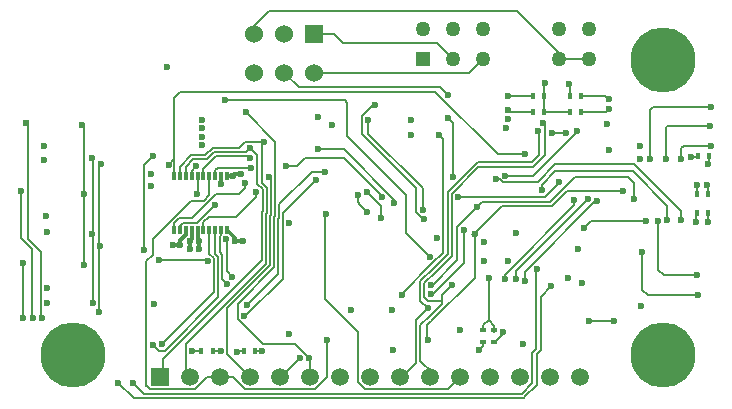
<source format=gbl>
G04*
G04 #@! TF.GenerationSoftware,Altium Limited,Altium Designer,19.1.5 (86)*
G04*
G04 Layer_Physical_Order=4*
G04 Layer_Color=16711680*
%FSLAX44Y44*%
%MOMM*%
G71*
G01*
G75*
%ADD10C,0.2000*%
%ADD11C,0.3000*%
%ADD20R,0.4500X0.6000*%
%ADD21R,0.6000X0.4500*%
%ADD22R,0.4000X0.6000*%
%ADD54C,1.5000*%
%ADD55R,1.5000X1.5000*%
%ADD56C,1.2700*%
%ADD57R,1.2700X1.2700*%
%ADD58R,1.5240X1.5240*%
%ADD59C,1.5240*%
%ADD60C,5.5000*%
%ADD61C,0.6000*%
%ADD62R,0.3000X0.7000*%
%ADD63C,0.3500*%
D10*
X174736Y208524D02*
X202428D01*
X172500Y206288D02*
X174736Y208524D01*
X202428D02*
X202438Y208534D01*
X356600Y28851D02*
Y34528D01*
X167500Y135772D02*
Y155900D01*
Y135772D02*
X171524Y131748D01*
X172500Y135756D02*
Y155900D01*
Y135756D02*
X175048Y133208D01*
X176182Y150164D02*
X177500Y151482D01*
X176182Y137057D02*
Y150164D01*
Y137057D02*
X178572Y134667D01*
Y113952D02*
Y134667D01*
X165094Y130366D02*
X166000Y129460D01*
X125000Y130366D02*
X165094D01*
X171524Y102973D02*
Y131748D01*
X175048Y98685D02*
Y133208D01*
X182096Y121180D02*
Y147486D01*
Y121180D02*
X186944Y116332D01*
X178572Y113952D02*
X182524Y110000D01*
X181706Y147876D02*
X182096Y147486D01*
X129814Y53451D02*
X175048Y98685D01*
X127526Y58975D02*
X171524Y102973D01*
X119476Y134842D02*
Y148336D01*
X114094Y129460D02*
X119476Y134842D01*
X114094Y24187D02*
Y129460D01*
X119476Y148336D02*
X151664Y180524D01*
X128000Y46653D02*
X211836Y130489D01*
X147590Y59419D02*
X215360Y127189D01*
X182500Y89345D02*
X218884Y125729D01*
X191476Y93337D02*
X222408Y124269D01*
X191476Y80712D02*
Y93337D01*
X199000Y92000D02*
X225932Y118932D01*
X197812Y83000D02*
X229456Y114644D01*
X222408Y124269D02*
Y166721D01*
X182500Y55312D02*
Y89345D01*
X218884Y125729D02*
Y168181D01*
X182500Y55312D02*
X182524Y55288D01*
Y50526D02*
Y55288D01*
X147590Y34660D02*
Y59419D01*
X215360Y127189D02*
Y169641D01*
X128000Y28851D02*
Y46653D01*
X211836Y130489D02*
Y171100D01*
X229456Y114644D02*
Y163802D01*
X225932Y118932D02*
Y165262D01*
X197000Y83000D02*
X197812D01*
X191476Y80712D02*
X213213Y58975D01*
X252850Y31000D02*
Y48851D01*
X204200Y28851D02*
X205946Y30596D01*
X225932Y165262D02*
X226620Y165950D01*
Y177620D01*
X254000Y205000D01*
X223096Y167409D02*
Y198479D01*
X212524Y171788D02*
Y190288D01*
X211836Y171100D02*
X212524Y171788D01*
X216048Y170329D02*
Y191748D01*
X215360Y169641D02*
X216048Y170329D01*
X219572Y168869D02*
Y199274D01*
X218884Y168181D02*
X219572Y168869D01*
X222408Y166721D02*
X223096Y167409D01*
X230144Y164490D02*
Y170144D01*
X229456Y163802D02*
X230144Y164490D01*
Y170144D02*
X258000Y198000D01*
X254000Y205000D02*
X265000D01*
X281288Y216852D02*
X313389Y184752D01*
X281088Y224028D02*
X324086Y181030D01*
X259588Y224028D02*
X281088D01*
X324086Y178544D02*
Y181030D01*
X248652Y216852D02*
X281288D01*
X313389Y183533D02*
Y184752D01*
X241604Y209804D02*
X248652Y216852D01*
X213213Y58975D02*
X240025D01*
X198628Y255270D02*
X223349Y230549D01*
Y198732D02*
Y230549D01*
X223096Y198479D02*
X223349Y198732D01*
X240025Y58975D02*
X251999Y47000D01*
X182524Y50526D02*
X202050Y31000D01*
X389890Y152400D02*
X392430Y149860D01*
X229600Y28851D02*
Y32600D01*
X244000Y47000D01*
X251999Y48000D02*
X252850Y48851D01*
X68580Y93980D02*
Y217424D01*
X207000Y183967D02*
Y188000D01*
X198044Y191044D02*
Y195834D01*
X196436D02*
X198044D01*
X217825Y201021D02*
X219572Y199274D01*
X157000Y162000D02*
X172000Y177000D01*
X152712Y165524D02*
X173112Y185924D01*
X167500Y185296D02*
Y201900D01*
X162728Y180524D02*
X167500Y185296D01*
X151664Y180524D02*
X162728D01*
X157000Y186436D02*
X157480Y186916D01*
Y201880D01*
X141648Y165524D02*
X152712D01*
X173112Y185924D02*
X192924D01*
X145000Y162000D02*
X157000D01*
X192924Y185924D02*
X198044Y191044D01*
X177500Y151482D02*
Y155900D01*
X355600Y108712D02*
X377254Y130366D01*
X124856Y53451D02*
X129814D01*
X119888Y58419D02*
X124856Y53451D01*
X265240Y97373D02*
X293068Y69545D01*
X265240Y97373D02*
Y168240D01*
X266000Y169000D01*
X295000Y177309D02*
X301244Y171064D01*
X292999Y179309D02*
Y185000D01*
Y179309D02*
X295000Y177309D01*
X207962Y194850D02*
Y219037D01*
Y194850D02*
X212524Y190288D01*
X190164Y167131D02*
X207000Y183967D01*
X167477Y167131D02*
X190164D01*
X212301Y229319D02*
X213614Y230632D01*
X212301Y195494D02*
Y229319D01*
Y195494D02*
X216048Y191748D01*
X202000Y225000D02*
X207962Y219037D01*
X232410Y209804D02*
X241604D01*
X311235Y178009D02*
X313000Y176244D01*
X311100Y178009D02*
X311235D01*
X307864Y181245D02*
X311100Y178009D01*
X307864Y181245D02*
Y181380D01*
X301244Y188000D02*
X307864Y181380D01*
X313000Y166116D02*
Y176244D01*
X284226Y235176D02*
X334000Y185402D01*
Y153000D02*
Y185402D01*
Y153000D02*
X354000Y133000D01*
X284226Y235176D02*
Y263652D01*
X296546Y252096D02*
X306070Y261620D01*
X296546Y236908D02*
Y252096D01*
Y236908D02*
X342486Y190968D01*
Y170686D02*
Y190968D01*
Y170686D02*
X348172Y165000D01*
X302070Y236930D02*
X348010Y190990D01*
Y172974D02*
Y190990D01*
X302070Y236930D02*
Y248666D01*
X348172Y165000D02*
X348999D01*
X362000Y236474D02*
X365524Y232950D01*
Y136712D02*
Y232950D01*
X356288Y127476D02*
X365524Y136712D01*
X356077Y127476D02*
X356288D01*
X330454Y101853D02*
X356077Y127476D01*
X330454Y100584D02*
Y101853D01*
X346044Y95916D02*
Y112460D01*
Y95916D02*
X352298Y89662D01*
X346044Y112460D02*
X357536Y123952D01*
X369158Y135362D02*
Y187812D01*
X357748Y123952D02*
X369158Y135362D01*
X357536Y123952D02*
X357748D01*
X349568Y111000D02*
X358996Y120428D01*
X349568Y99058D02*
Y111000D01*
Y99058D02*
X352804Y95822D01*
X364094D01*
X364538Y96266D01*
X372682Y133903D02*
Y186352D01*
X359207Y120428D02*
X372682Y133903D01*
X358996Y120428D02*
X359207D01*
X369158Y187812D02*
X394960Y213614D01*
X440842D01*
X372682Y186352D02*
X395118Y208788D01*
X441763D01*
X374000Y200466D02*
Y246778D01*
X369778Y251000D02*
X374000Y246778D01*
X352298Y89662D02*
X352806D01*
X331200Y28851D02*
Y31988D01*
X73914Y96840D02*
Y143764D01*
X378254Y183944D02*
X451560D01*
X377254Y158560D02*
X394020Y175326D01*
X377254Y130366D02*
Y158560D01*
X356616Y101346D02*
X382778Y127508D01*
X392430Y115345D02*
Y149860D01*
X355523Y78438D02*
X392430Y115345D01*
X417627Y117784D02*
X476504Y176661D01*
X426720Y121129D02*
X487934Y182343D01*
X426720Y114300D02*
Y121129D01*
X487934Y182343D02*
Y182372D01*
X417627Y114415D02*
Y117784D01*
X476504Y176661D02*
Y181178D01*
X404000Y79502D02*
Y115367D01*
X408686Y70770D02*
Y74816D01*
X404000Y79502D02*
X408686Y74816D01*
X399542Y75044D02*
X404000Y79502D01*
X399542Y70770D02*
Y75044D01*
X14000Y148156D02*
Y248666D01*
X137500Y215526D02*
Y267548D01*
Y201900D02*
Y215526D01*
X170247Y225238D02*
X192280D01*
X164115Y219106D02*
X170247Y225238D01*
X152208Y219106D02*
X164115D01*
X142500Y209398D02*
X152208Y219106D01*
X153668Y215582D02*
X165574D01*
X147500Y209414D02*
X153668Y215582D01*
X171706Y221714D02*
X198662D01*
X165574Y215582D02*
X171706Y221714D01*
X200402Y218190D02*
X201676Y216916D01*
X201947Y225000D02*
X202000D01*
X197674Y230632D02*
X213614D01*
X192280Y225238D02*
X197674Y230632D01*
X147500Y201900D02*
Y209414D01*
X162500Y207524D02*
X173166Y218190D01*
X162500Y201900D02*
Y207524D01*
X155956Y209550D02*
Y210058D01*
X142500Y201900D02*
Y209398D01*
X133000Y211026D02*
X137500Y215526D01*
X198662Y221714D02*
X201947Y225000D01*
X59766Y244846D02*
X61468Y243144D01*
Y186436D02*
Y243144D01*
X59764Y244844D02*
X59766Y244846D01*
X73914Y209914D02*
X76000Y212000D01*
X73914Y143764D02*
Y209914D01*
X200740Y284120D02*
X205600Y288980D01*
X256400Y322000D02*
X273000D01*
X281000Y314000D01*
X359934D01*
X373634Y300300D01*
X590000Y211328D02*
X590500Y211828D01*
Y218315D01*
X581185Y218000D02*
X581500Y218315D01*
X574999Y218000D02*
X581185D01*
X579500Y186000D02*
X580000Y186500D01*
X589000Y194000D02*
X589500Y193500D01*
Y186000D02*
Y193500D01*
X580000Y186500D02*
Y194000D01*
X590000Y162244D02*
Y170000D01*
Y162000D02*
Y162244D01*
X579824Y169824D02*
X580000Y170000D01*
X579824Y162244D02*
Y169824D01*
X191430Y53000D02*
X196902D01*
X191055Y52625D02*
X191430Y53000D01*
X205902D02*
X212402D01*
X153114D02*
X160250D01*
X147590Y34660D02*
X151250Y31000D01*
X170250Y53000D02*
X177000D01*
X441708Y201740D02*
X478790Y238822D01*
X418020Y201740D02*
X441708D01*
X478790Y238822D02*
Y239776D01*
X445390Y196216D02*
X460502Y211328D01*
X415732Y196216D02*
X445390D01*
X413361Y198587D02*
X415732Y196216D01*
X410020Y198587D02*
X413361D01*
X473061Y256032D02*
X473064Y256030D01*
X450778Y256032D02*
X473061D01*
X450647Y278647D02*
X452000Y280000D01*
X450647Y269494D02*
Y278647D01*
X566928Y217170D02*
Y224953D01*
X569000Y227025D01*
X592023D01*
X399542Y57846D02*
Y60770D01*
X396000Y54304D02*
X399542Y57846D01*
X396000Y54304D02*
Y56228D01*
X14000Y148156D02*
X24784Y137372D01*
Y82216D02*
Y137372D01*
Y82216D02*
X26000Y81000D01*
X17272Y81728D02*
Y139900D01*
Y81728D02*
X18000Y81000D01*
X10000Y81000D02*
Y128000D01*
X8000Y149172D02*
X17272Y139900D01*
X172500Y201900D02*
Y206288D01*
X363010Y276814D02*
X369824Y270000D01*
X243166Y276814D02*
X363010D01*
X411480Y219710D02*
X434848D01*
X358170Y273020D02*
X411480Y219710D01*
X137500Y155900D02*
Y161376D01*
X141648Y165524D01*
X142500Y159500D02*
X145000Y162000D01*
X142500Y155900D02*
Y159500D01*
X481871Y269240D02*
X502325D01*
X472872Y269240D02*
Y278129D01*
X472000Y279000D02*
X472872Y278129D01*
X450647Y269494D02*
X450778Y269363D01*
Y256032D02*
Y269363D01*
X421298Y256032D02*
X441778D01*
X420141Y257189D02*
X421298Y256032D01*
X456946Y237490D02*
X469646D01*
X408686Y69770D02*
Y70770D01*
X142972Y273020D02*
X358170D01*
X73914Y86360D02*
X74104Y86550D01*
Y96650D01*
X73914Y96840D02*
X74104Y96650D01*
X547370Y122278D02*
X552086Y117562D01*
X580595D01*
X538550Y100514D02*
X581000D01*
X157480Y201880D02*
X157500Y201900D01*
X90218Y26638D02*
X103380Y13476D01*
X102902Y25860D02*
X111762Y17000D01*
X387714Y288980D02*
X399034Y300300D01*
X256400Y288980D02*
X387714D01*
X8000Y149172D02*
Y189000D01*
X267000Y30973D02*
Y62230D01*
X257003Y20976D02*
X267000Y30973D01*
X433815Y13476D02*
Y13990D01*
X444524Y24698D01*
Y50540D01*
X447906Y53922D01*
Y99164D01*
X441000Y26158D02*
Y52000D01*
X443842Y54842D01*
Y121262D01*
X431842Y17000D02*
X441000Y26158D01*
X103380Y13476D02*
X433815D01*
X117305Y20976D02*
X155403D01*
X114094Y24187D02*
X117305Y20976D01*
X111762Y17000D02*
X431842D01*
X293068Y27406D02*
Y69545D01*
Y27406D02*
X299499Y20976D01*
X369827D02*
X379851Y31000D01*
X299499Y20976D02*
X369827D01*
X187493Y31000D02*
X197517Y20976D01*
X231603D01*
X231627Y21000D01*
X248674D01*
X248699Y20976D01*
X257003D01*
X176651Y31000D02*
X187493D01*
X114094Y23805D02*
Y24187D01*
X155403Y20976D02*
X165427Y31000D01*
X176651D01*
X484378Y157226D02*
X490220Y163068D01*
X488950Y78410D02*
X510464D01*
X408686Y60452D02*
X416306Y68072D01*
X408686Y59770D02*
Y60452D01*
X152406Y29845D02*
X153400Y28851D01*
X128000D02*
X128230D01*
X231000Y288980D02*
X243166Y276814D01*
X205600Y328536D02*
X218186Y341122D01*
X205600Y322000D02*
Y328536D01*
X463804Y300482D02*
X489204D01*
X463804D02*
Y305562D01*
X428244Y341122D02*
X463804Y305562D01*
X382778Y127508D02*
Y156054D01*
X505714Y258318D02*
X506176D01*
X503426Y256030D02*
X505714Y258318D01*
X482063Y256030D02*
X503426D01*
X355092Y101346D02*
X356616D01*
X354978Y78438D02*
X355523D01*
X364538Y93200D02*
Y96266D01*
X354095Y83360D02*
X354698D01*
X364538Y93200D01*
X342138Y79502D02*
X352298Y89662D01*
X364538Y100378D02*
X373126Y108966D01*
X364538Y96266D02*
Y100378D01*
X355346Y108966D02*
X355600Y108712D01*
X419608Y248920D02*
X420116Y249428D01*
X204216Y325120D02*
Y327152D01*
X218186Y341122D02*
X428244D01*
X534162Y104902D02*
Y137414D01*
Y104902D02*
X538550Y100514D01*
X547370Y122278D02*
Y163068D01*
X112268Y210570D02*
X120013Y218315D01*
X112268Y138938D02*
Y210570D01*
X306070Y261620D02*
X307594D01*
X441763Y208788D02*
X451866Y218891D01*
X440842Y213614D02*
X446532Y219304D01*
X180594Y265684D02*
X282194D01*
X284226Y263652D01*
X137500Y267548D02*
X142972Y273020D01*
X152500Y201900D02*
Y206094D01*
X155956Y209550D01*
X173166Y218190D02*
X200402D01*
X460502Y211328D02*
X526796D01*
X460502Y205486D02*
X525780D01*
X449160Y194144D02*
X460502Y205486D01*
X449160Y189738D02*
Y194144D01*
X398574Y179880D02*
X456232D01*
X394020Y175326D02*
X398574Y179880D01*
X415033Y175816D02*
X457915D01*
X392430Y153213D02*
X415033Y175816D01*
X470567Y188468D02*
X517652D01*
X457915Y175816D02*
X470567Y188468D01*
X476758Y200406D02*
X522224D01*
X456232Y179880D02*
X476758Y200406D01*
X527050Y181732D02*
Y195580D01*
X522224Y200406D02*
X527050Y195580D01*
X554990Y163830D02*
Y176276D01*
X525780Y205486D02*
X554990Y176276D01*
X566674Y164338D02*
Y171450D01*
X526796Y211328D02*
X566674Y171450D01*
X447906Y99164D02*
X457020Y108278D01*
X443842Y121262D02*
X445262Y122682D01*
X434340Y112776D02*
Y120584D01*
X446024Y239268D02*
X446532Y238760D01*
X451560Y183944D02*
X463296Y195680D01*
Y196596D01*
X457200Y237744D02*
X457708D01*
X456946Y237490D02*
X457200Y237744D01*
X451866Y218891D02*
Y244602D01*
X434340Y120584D02*
X493842Y180086D01*
X495554D01*
X490220Y163068D02*
X537464D01*
X450088Y246380D02*
X451866Y244602D01*
X446532Y219304D02*
Y238760D01*
X420624Y269240D02*
X420878Y269494D01*
X441646D01*
X505119Y266446D02*
X505460D01*
X502325Y269240D02*
X505119Y266446D01*
X540824Y257360D02*
X543306Y259842D01*
X540824Y216466D02*
Y257360D01*
X543306Y259842D02*
X592074D01*
X553974Y216662D02*
Y242062D01*
X555346Y243434D01*
X378206Y183896D02*
X378254Y183944D01*
X555346Y243434D02*
X591668D01*
X162500Y162154D02*
X167477Y167131D01*
X162500Y155900D02*
Y162154D01*
X399796Y145796D02*
X401320Y144272D01*
X346202Y75467D02*
X354095Y83360D01*
X351584Y75044D02*
X354978Y78438D01*
X342138Y42926D02*
Y79502D01*
X331200Y31988D02*
X342138Y42926D01*
X346202Y44926D02*
X356600Y34528D01*
X346202Y44926D02*
Y75467D01*
X392430Y152400D02*
Y153213D01*
X389890Y152400D02*
X392430D01*
X351584Y63198D02*
Y75044D01*
Y63198D02*
X352552Y62230D01*
X73914Y143764D02*
X74676Y143002D01*
Y142494D02*
Y143002D01*
X73406Y143764D02*
X73914D01*
X67310Y152400D02*
X68072D01*
X61468Y126492D02*
Y186436D01*
X60960Y125984D02*
X61468Y126492D01*
D11*
X194000Y203000D02*
X195000D01*
X188430D02*
X194000D01*
X187330Y201900D02*
X188430Y203000D01*
X143000Y147123D02*
X147500Y151623D01*
X143000Y143000D02*
Y147123D01*
X147500Y151623D02*
Y155900D01*
X136764Y143000D02*
X143000D01*
X189230Y146812D02*
X196228D01*
X159004Y139996D02*
Y146558D01*
X157500Y148062D02*
X159004Y146558D01*
X157500Y148062D02*
Y155900D01*
X182500Y201900D02*
X187330D01*
X189230Y146812D02*
Y149170D01*
X182500Y155900D02*
X189230Y149170D01*
D20*
X580000Y170000D02*
D03*
X590000D02*
D03*
X170250Y53000D02*
D03*
X160250D02*
D03*
D21*
X399542Y70770D02*
D03*
Y60770D02*
D03*
X408686Y70770D02*
D03*
Y60770D02*
D03*
D22*
X581500Y218315D02*
D03*
X590500D02*
D03*
X589500Y186000D02*
D03*
X580500D02*
D03*
X196902Y53000D02*
D03*
X205902D02*
D03*
X481871Y269240D02*
D03*
X472872D02*
D03*
X450778Y256032D02*
D03*
X441778D02*
D03*
X450647Y269494D02*
D03*
X441646D02*
D03*
X473064Y256030D02*
D03*
X482063D02*
D03*
D54*
X379851Y31000D02*
D03*
X354450D02*
D03*
X405251D02*
D03*
X430650D02*
D03*
X456050D02*
D03*
X481451D02*
D03*
X278251D02*
D03*
X252850D02*
D03*
X303650D02*
D03*
X329050D02*
D03*
X227451D02*
D03*
X202050D02*
D03*
X151250D02*
D03*
X176651D02*
D03*
D55*
X125850D02*
D03*
D56*
X489204Y300300D02*
D03*
Y325700D02*
D03*
X463804Y300300D02*
D03*
Y325700D02*
D03*
X399034Y300300D02*
D03*
Y325700D02*
D03*
X373634Y300300D02*
D03*
Y325700D02*
D03*
X348234D02*
D03*
D57*
Y300300D02*
D03*
D58*
X256400Y322000D02*
D03*
D59*
X231000D02*
D03*
X205600D02*
D03*
X256400Y288980D02*
D03*
X231000D02*
D03*
X205600D02*
D03*
D60*
X552000Y50000D02*
D03*
Y300000D02*
D03*
X52000Y50000D02*
D03*
D61*
X194000Y203000D02*
D03*
X187330Y201900D02*
D03*
X151198Y140049D02*
D03*
Y146802D02*
D03*
X136764Y143000D02*
D03*
X143000D02*
D03*
X196228Y146812D02*
D03*
X159004Y139996D02*
D03*
Y146558D02*
D03*
X166000Y129460D02*
D03*
X125000Y130366D02*
D03*
X182524Y110000D02*
D03*
X199000Y92000D02*
D03*
X186944Y116332D02*
D03*
X265000Y205000D02*
D03*
X258000Y198000D02*
D03*
X197000Y83000D02*
D03*
X251999Y47000D02*
D03*
X244000D02*
D03*
X177500Y195096D02*
D03*
X207000Y188000D02*
D03*
X198044Y195834D02*
D03*
X217825Y201021D02*
D03*
X172000Y177000D02*
D03*
X157000Y186436D02*
D03*
X181706Y147876D02*
D03*
X266000Y169000D02*
D03*
X292999Y185000D02*
D03*
X232410Y209804D02*
D03*
X301244Y188000D02*
D03*
X161000Y234380D02*
D03*
Y242000D02*
D03*
Y248666D02*
D03*
X348999Y165000D02*
D03*
X360000Y149000D02*
D03*
X354000Y133000D02*
D03*
X374000Y200466D02*
D03*
X426720Y153000D02*
D03*
X420386Y129762D02*
D03*
X399796D02*
D03*
X404000Y115367D02*
D03*
X479999Y140000D02*
D03*
X313000Y166116D02*
D03*
X362000Y236474D02*
D03*
X161000Y227440D02*
D03*
X201676Y216916D02*
D03*
X202000Y225000D02*
D03*
X213614Y230632D02*
D03*
X202438Y208534D02*
D03*
X155956Y210058D02*
D03*
X133000Y211026D02*
D03*
X132000Y294000D02*
D03*
X12296Y246512D02*
D03*
X59766Y244846D02*
D03*
X76000Y212000D02*
D03*
X590000Y211328D02*
D03*
X574999Y218000D02*
D03*
X589000Y194000D02*
D03*
X580000D02*
D03*
X590000Y162244D02*
D03*
X579824D02*
D03*
X191055Y52625D02*
D03*
X212402Y53000D02*
D03*
X153114D02*
D03*
X177000D02*
D03*
X452000Y280000D02*
D03*
X271000Y244475D02*
D03*
X433000Y58975D02*
D03*
X396000Y54304D02*
D03*
X505454Y223376D02*
D03*
X504000Y245620D02*
D03*
X26000Y81000D02*
D03*
X18000D02*
D03*
X10000Y81000D02*
D03*
Y128000D02*
D03*
X369778Y251000D02*
D03*
X369824Y270000D02*
D03*
X338000Y248666D02*
D03*
X337960Y236474D02*
D03*
X302070Y248666D02*
D03*
X118000Y192786D02*
D03*
Y203000D02*
D03*
X472000Y279000D02*
D03*
X120396Y93000D02*
D03*
X580595Y117562D02*
D03*
X581000Y100514D02*
D03*
X102902Y25860D02*
D03*
X8000Y189000D02*
D03*
X27152Y226700D02*
D03*
X27744Y214846D02*
D03*
X30000Y153810D02*
D03*
X267000Y62230D02*
D03*
X484378Y157226D02*
D03*
X488950Y78410D02*
D03*
X259080Y251206D02*
D03*
X382778Y156054D02*
D03*
X506176Y258318D02*
D03*
X352806Y89662D02*
D03*
X355092Y101346D02*
D03*
X355346Y108966D02*
D03*
X420116Y249428D02*
D03*
X198628Y255270D02*
D03*
X29464Y167386D02*
D03*
X30390Y93554D02*
D03*
X30308Y106254D02*
D03*
X532130Y215900D02*
D03*
X532638Y91186D02*
D03*
X531830Y226522D02*
D03*
X534162Y137414D02*
D03*
X120013Y218315D02*
D03*
X112268Y138938D02*
D03*
X307594Y261620D02*
D03*
X418338Y241808D02*
D03*
X434848Y219710D02*
D03*
X348010Y172974D02*
D03*
X180594Y265684D02*
D03*
X301244Y171064D02*
D03*
X234980Y161514D02*
D03*
X259588Y224028D02*
D03*
X324086Y178544D02*
D03*
X313389Y183533D02*
D03*
X517652Y188468D02*
D03*
X527050Y181732D02*
D03*
X566674Y164338D02*
D03*
X554990Y163830D02*
D03*
X445262Y122682D02*
D03*
X446024Y239268D02*
D03*
X463296Y196596D02*
D03*
X476504Y181178D02*
D03*
X457708Y237744D02*
D03*
X469646Y237490D02*
D03*
X537464Y163068D02*
D03*
X495554Y180086D02*
D03*
X487934Y182372D02*
D03*
X450088Y246380D02*
D03*
X478790Y239776D02*
D03*
X420141Y257189D02*
D03*
X420624Y269240D02*
D03*
X505460Y266446D02*
D03*
X547370Y163068D02*
D03*
X540824Y216000D02*
D03*
X566928D02*
D03*
X553974D02*
D03*
X592023Y227025D02*
D03*
X591668Y243434D02*
D03*
X592074Y259842D02*
D03*
X416306Y69072D02*
D03*
X378206Y183896D02*
D03*
X189230Y146812D02*
D03*
X119888Y58419D02*
D03*
X127526Y58975D02*
D03*
X90218Y26638D02*
D03*
X394020Y175326D02*
D03*
X323202Y54304D02*
D03*
X287274Y87884D02*
D03*
X322072D02*
D03*
X235204Y67818D02*
D03*
X471520Y115367D02*
D03*
X483421Y110584D02*
D03*
X410020Y198587D02*
D03*
X418020Y201740D02*
D03*
X330454Y100584D02*
D03*
X373126Y108966D02*
D03*
X449160Y189738D02*
D03*
X392430Y152400D02*
D03*
X399796Y145796D02*
D03*
X379730Y70850D02*
D03*
X352552Y62230D02*
D03*
X74676Y142494D02*
D03*
X417627Y114415D02*
D03*
X426720Y114300D02*
D03*
X434340Y112776D02*
D03*
X68400Y216794D02*
D03*
X68072Y152400D02*
D03*
X68580Y93980D02*
D03*
X73914Y86360D02*
D03*
X60960Y125984D02*
D03*
X61468Y186436D02*
D03*
X510464Y78410D02*
D03*
X457020Y108278D02*
D03*
D62*
X137500Y155900D02*
D03*
Y201900D02*
D03*
X142500Y155900D02*
D03*
Y201900D02*
D03*
X147500Y155900D02*
D03*
Y201900D02*
D03*
X152500Y155900D02*
D03*
Y201900D02*
D03*
X157500Y155900D02*
D03*
Y201900D02*
D03*
X162500Y155900D02*
D03*
Y201900D02*
D03*
X167500Y155900D02*
D03*
Y201900D02*
D03*
X172500Y155900D02*
D03*
Y201900D02*
D03*
X177500Y155900D02*
D03*
Y201900D02*
D03*
X182500Y155900D02*
D03*
Y201900D02*
D03*
D63*
X151198Y140049D02*
Y146802D01*
X152500Y148104D02*
Y155900D01*
X151198Y146802D02*
X152500Y148104D01*
X177500Y195096D02*
Y201900D01*
M02*

</source>
